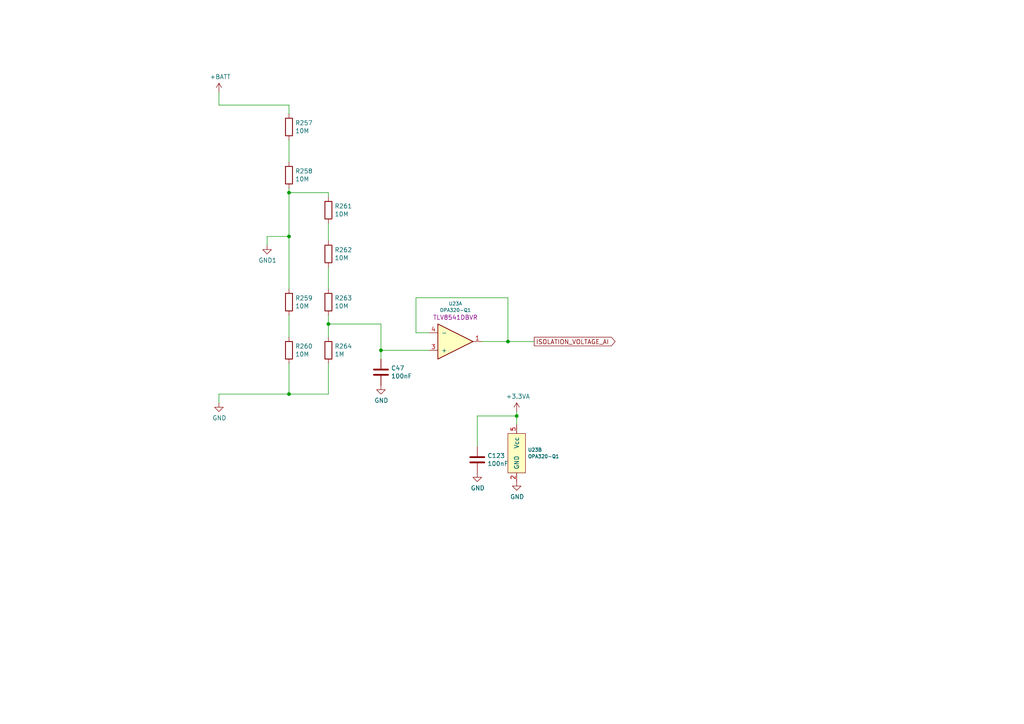
<source format=kicad_sch>
(kicad_sch (version 20211123) (generator eeschema)
  (paper "A4")
  (lib_symbols
    (symbol "Device:C" (pin_numbers hide) (pin_names (offset 0.254))
      (property "Reference" "C" (at 0.635 2.54 0))
      (property "Value" "C" (at 0.635 -2.54 0))
      (symbol "C_0_1"
        (polyline (pts (xy -2.032 -0.762) (xy 2.032 -0.762)) (stroke (width 0.508)))
        (polyline (pts (xy -2.032 0.762) (xy 2.032 0.762)) (stroke (width 0.508)))
      )
      (symbol "C_1_1"
        (pin passive line (at 0 3.81 270) (length 2.794) (name "~") (number "1"))
        (pin passive line (at 0 -3.81 90) (length 2.794) (name "~") (number "2"))
      )
    )
    (symbol "Device:R" (pin_numbers hide) (pin_names (offset 0))
      (property "Reference" "R" (at 2.032 0 90))
      (property "Value" "R" (at 0 0 90))
      (symbol "R_0_1"
        (rectangle (start -1.016 -2.54) (end 1.016 2.54) (stroke (width 0.254)))
      )
      (symbol "R_1_1"
        (pin passive line (at 0 3.81 270) (length 1.27) (name "~") (number "1"))
        (pin passive line (at 0 -3.81 90) (length 1.27) (name "~") (number "2"))
      )
    )
    (symbol "ICs:OPA320-Q1" (pin_names (offset 1.016))
      (property "Reference" "U" (at -7.62 5.08 0))
      (property "Value" "OPA320-Q1" (at -8.89 -3.81 0))
      (property "Part Number" "OPA320AQDBVRQ1" (at -5.08 7.62 0))
      (symbol "OPA320-Q1_1_1"
        (polyline (pts (xy -10.16 0) (xy 0 5.08) (xy 0 -5.08) (xy -10.16 0)) (stroke (width 0.254)) (fill (type background)))
        (pin output line (at -12.7 0 0) (length 2.4892) (name "~") (number "1"))
        (pin input line (at 2.54 2.54 180) (length 2.4892) (name "+") (number "3"))
        (pin input line (at 2.54 -2.54 180) (length 2.4892) (name "-") (number "4"))
      )
      (symbol "OPA320-Q1_2_1"
        (rectangle (start -5.08 6.35) (end 0 -5.08) (fill (type background)))
        (pin power_in line (at -2.54 -7.62 90) (length 2.4892) (name "GND") (number "2"))
        (pin power_in line (at -2.54 8.89 270) (length 2.4892) (name "Vcc") (number "5"))
      )
    )
    (symbol "power:+3.3VA" (power) (pin_names (offset 0))
      (property "Value" "+3.3VA" (at 0 3.556 0))
      (symbol "+3.3VA_0_1"
        (polyline (pts (xy -0.762 1.27) (xy 0 2.54)))
        (polyline (pts (xy 0 0) (xy 0 2.54)))
        (polyline (pts (xy 0 2.54) (xy 0.762 1.27)))
      )
      (symbol "+3.3VA_1_1"
        (pin power_in line (at 0 0 90) (length 0) hide (name "+3.3VA") (number "1"))
      )
    )
    (symbol "power:+BATT" (power) (pin_names (offset 0))
      (property "Value" "+BATT" (at 0 3.556 0))
      (symbol "+BATT_0_1"
        (polyline (pts (xy -0.762 1.27) (xy 0 2.54)))
        (polyline (pts (xy 0 0) (xy 0 2.54)))
        (polyline (pts (xy 0 2.54) (xy 0.762 1.27)))
      )
      (symbol "+BATT_1_1"
        (pin power_in line (at 0 0 90) (length 0) hide (name "+BATT") (number "1"))
      )
    )
    (symbol "power:GND" (power) (pin_names (offset 0))
      (property "Value" "GND" (at 0 -3.81 0))
      (symbol "GND_0_1"
        (polyline (pts (xy 0 0) (xy 0 -1.27) (xy 1.27 -1.27) (xy 0 -2.54) (xy -1.27 -1.27) (xy 0 -1.27)))
      )
      (symbol "GND_1_1"
        (pin power_in line (at 0 0 270) (length 0) hide (name "GND") (number "1"))
      )
    )
    (symbol "power:GND1" (power) (pin_names (offset 0))
      (property "Value" "GND1" (at 0 -3.81 0))
      (symbol "GND1_0_1"
        (polyline (pts (xy 0 0) (xy 0 -1.27) (xy 1.27 -1.27) (xy 0 -2.54) (xy -1.27 -1.27) (xy 0 -1.27)))
      )
      (symbol "GND1_1_1"
        (pin power_in line (at 0 0 270) (length 0) hide (name "GND1") (number "1"))
      )
    )
  )
  (junction (at 110.49 101.6))
  (junction (at 83.82 114.3))
  (junction (at 95.25 93.98))
  (junction (at 83.82 55.88))
  (junction (at 149.86 120.65))
  (junction (at 147.32 99.06))
  (junction (at 83.82 68.58))
  (wire (pts (xy 124.46 101.6) (xy 110.49 101.6)))
  (wire (pts (xy 83.82 55.88) (xy 95.25 55.88)))
  (wire (pts (xy 95.25 105.41) (xy 95.25 114.3)))
  (wire (pts (xy 110.49 93.98) (xy 95.25 93.98)))
  (wire (pts (xy 83.82 97.79) (xy 83.82 91.44)))
  (wire (pts (xy 95.25 57.15) (xy 95.25 55.88)))
  (wire (pts (xy 149.86 120.65) (xy 138.43 120.65)))
  (wire (pts (xy 95.25 91.44) (xy 95.25 93.98)))
  (wire (pts (xy 95.25 93.98) (xy 95.25 97.79)))
  (wire (pts (xy 120.65 86.36) (xy 120.65 96.52)))
  (wire (pts (xy 138.43 120.65) (xy 138.43 129.54)))
  (wire (pts (xy 120.65 96.52) (xy 124.46 96.52)))
  (wire (pts (xy 83.82 55.88) (xy 83.82 68.58)))
  (wire (pts (xy 95.25 83.82) (xy 95.25 77.47)))
  (wire (pts (xy 83.82 68.58) (xy 83.82 83.82)))
  (wire (pts (xy 77.47 68.58) (xy 83.82 68.58)))
  (wire (pts (xy 154.94 99.06) (xy 147.32 99.06)))
  (wire (pts (xy 83.82 33.02) (xy 83.82 30.48)))
  (wire (pts (xy 149.86 119.38) (xy 149.86 120.65)))
  (wire (pts (xy 139.7 99.06) (xy 147.32 99.06)))
  (wire (pts (xy 147.32 99.06) (xy 147.32 86.36)))
  (wire (pts (xy 149.86 120.65) (xy 149.86 123.19)))
  (wire (pts (xy 95.25 69.85) (xy 95.25 64.77)))
  (wire (pts (xy 83.82 54.61) (xy 83.82 55.88)))
  (wire (pts (xy 83.82 46.99) (xy 83.82 40.64)))
  (wire (pts (xy 147.32 86.36) (xy 120.65 86.36)))
  (wire (pts (xy 83.82 105.41) (xy 83.82 114.3)))
  (wire (pts (xy 63.5 116.84) (xy 63.5 114.3)))
  (wire (pts (xy 63.5 30.48) (xy 83.82 30.48)))
  (wire (pts (xy 63.5 30.48) (xy 63.5 26.67)))
  (wire (pts (xy 110.49 101.6) (xy 110.49 104.14)))
  (wire (pts (xy 110.49 101.6) (xy 110.49 93.98)))
  (wire (pts (xy 77.47 71.12) (xy 77.47 68.58)))
  (wire (pts (xy 63.5 114.3) (xy 83.82 114.3)))
  (wire (pts (xy 95.25 114.3) (xy 83.82 114.3)))
  (global_label "ISOLATION_VOLTAGE_AI" (shape output) (at 154.94 99.06 0) (property "Intersheet References" "${INTERSHEET_REFS}" (effects hide)))
  (symbol (lib_id "power:+BATT") (at 63.5 26.67 0) (unit 1)
    (property "Reference" "#PWR0248" (effects hide))
    (property "Value" "+BATT" (at 63.881 22.2758 0))
  )
  (symbol (lib_id "power:GND") (at 63.5 116.84 0) (unit 1)
    (property "Reference" "#PWR0249" (effects hide))
    (property "Value" "GND" (at 63.627 121.2342 0))
  )
  (symbol (lib_id "Device:R") (at 83.82 36.83 0) (unit 1)
    (property "Reference" "R257" (at 85.598 35.6616 0) (effects (justify left)))
    (property "Value" "10M" (at 85.598 37.973 0) (effects (justify left)))
    (property "Footprint" "Resistor_SMD:R_0603_1608Metric" (effects hide))
    (property "Datasheet" "https://www.seielect.com/catalog/sei-rmcf_rmcp.pdf" (effects hide))
    (property "MPN" "RMCF0603FT10M0" (effects hide))
    (property "Part Number" "RMCF0603FT10M0" (effects hide))
    (property "Digikey_PN" "RMCF0603FT10M0CT-ND" (effects hide))
  )
  (symbol (lib_id "Device:R") (at 83.82 50.8 0) (unit 1)
    (property "Reference" "R258" (at 85.598 49.6316 0) (effects (justify left)))
    (property "Value" "10M" (at 85.598 51.943 0) (effects (justify left)))
    (property "Footprint" "Resistor_SMD:R_0603_1608Metric" (effects hide))
    (property "Datasheet" "https://www.seielect.com/catalog/sei-rmcf_rmcp.pdf" (effects hide))
    (property "MPN" "RMCF0603FT10M0" (effects hide))
    (property "Part Number" "RMCF0603FT10M0" (effects hide))
    (property "Digikey_PN" "RMCF0603FT10M0CT-ND" (effects hide))
  )
  (symbol (lib_id "Device:R") (at 83.82 87.63 0) (unit 1)
    (property "Reference" "R259" (at 85.598 86.4616 0) (effects (justify left)))
    (property "Value" "10M" (at 85.598 88.773 0) (effects (justify left)))
    (property "Footprint" "Resistor_SMD:R_0603_1608Metric" (effects hide))
    (property "Datasheet" "https://www.seielect.com/catalog/sei-rmcf_rmcp.pdf" (effects hide))
    (property "MPN" "RMCF0603FT10M0" (effects hide))
    (property "Part Number" "RMCF0603FT10M0" (effects hide))
    (property "Digikey_PN" "RMCF0603FT10M0CT-ND" (effects hide))
  )
  (symbol (lib_id "Device:R") (at 83.82 101.6 0) (unit 1)
    (property "Reference" "R260" (at 85.598 100.4316 0) (effects (justify left)))
    (property "Value" "10M" (at 85.598 102.743 0) (effects (justify left)))
    (property "Footprint" "Resistor_SMD:R_0603_1608Metric" (effects hide))
    (property "Datasheet" "https://www.seielect.com/catalog/sei-rmcf_rmcp.pdf" (effects hide))
    (property "MPN" "RMCF0603FT10M0" (effects hide))
    (property "Part Number" "RMCF0603FT10M0" (effects hide))
    (property "Digikey_PN" "RMCF0603FT10M0CT-ND" (effects hide))
  )
  (symbol (lib_id "Device:R") (at 95.25 60.96 0) (unit 1)
    (property "Reference" "R261" (at 97.028 59.7916 0) (effects (justify left)))
    (property "Value" "10M" (at 97.028 62.103 0) (effects (justify left)))
    (property "Footprint" "Resistor_SMD:R_0603_1608Metric" (effects hide))
    (property "Datasheet" "https://www.seielect.com/catalog/sei-rmcf_rmcp.pdf" (effects hide))
    (property "MPN" "RMCF0603FT10M0" (effects hide))
    (property "Part Number" "RMCF0603FT10M0" (effects hide))
    (property "Digikey_PN" "RMCF0603FT10M0CT-ND" (effects hide))
  )
  (symbol (lib_id "Device:R") (at 95.25 73.66 0) (unit 1)
    (property "Reference" "R262" (at 97.028 72.4916 0) (effects (justify left)))
    (property "Value" "10M" (at 97.028 74.803 0) (effects (justify left)))
    (property "Footprint" "Resistor_SMD:R_0603_1608Metric" (effects hide))
    (property "Datasheet" "https://www.seielect.com/catalog/sei-rmcf_rmcp.pdf" (effects hide))
    (property "MPN" "RMCF0603FT10M0" (effects hide))
    (property "Part Number" "RMCF0603FT10M0" (effects hide))
    (property "Digikey_PN" "RMCF0603FT10M0CT-ND" (effects hide))
  )
  (symbol (lib_id "Device:R") (at 95.25 87.63 0) (unit 1)
    (property "Reference" "R263" (at 97.028 86.4616 0) (effects (justify left)))
    (property "Value" "10M" (at 97.028 88.773 0) (effects (justify left)))
    (property "Footprint" "Resistor_SMD:R_0603_1608Metric" (effects hide))
    (property "Datasheet" "https://www.seielect.com/catalog/sei-rmcf_rmcp.pdf" (effects hide))
    (property "MPN" "RMCF0603FT10M0" (effects hide))
    (property "Part Number" "RMCF0603FT10M0" (effects hide))
    (property "Digikey_PN" "RMCF0603FT10M0CT-ND" (effects hide))
  )
  (symbol (lib_id "Device:R") (at 95.25 101.6 0) (unit 1)
    (property "Reference" "R264" (at 97.028 100.4316 0) (effects (justify left)))
    (property "Value" "1M" (at 97.028 102.743 0) (effects (justify left)))
    (property "Footprint" "Resistor_SMD:R_0603_1608Metric" (effects hide))
    (property "Datasheet" "http://www.yageo.com/NewPortal/yageodocoutput?fileName=/pdf/R-Chip/PYu-AC_51_RoHS_L_6.pdf" (effects hide))
    (property "MPN" "AC0603FR-071ML" (effects hide))
    (property "Part Number" "AC0603FR-071ML" (effects hide))
    (property "Digikey_PN" "311-1MLDCT-ND" (effects hide))
  )
  (symbol (lib_id "power:GND1") (at 77.47 71.12 0) (unit 1)
    (property "Reference" "#PWR0250" (effects hide))
    (property "Value" "GND1" (at 77.597 75.5142 0))
  )
  (symbol (lib_id "ICs:OPA320-Q1") (at 127 99.06 180) (unit 1)
    (property "Reference" "U23" (at 132.08 88.0618 0) (effects (font (size 0.9906 0.9906))))
    (property "Value" "OPA320-Q1" (at 132.08 89.9668 0) (effects (font (size 0.9906 0.9906))))
    (property "Footprint" "Package_TO_SOT_SMD:SOT-23-5" (effects hide))
    (property "Datasheet" "https://www.ti.com/lit/ds/symlink/tlv8541.pdf?HQS=dis-dk-null-digikeymode-dsf-pf-null-wwe&ts=1646847239807&ref_url=https%253A%252F%252Fwww.ti.com%252Fgeneral%252Fdocs%252Fsuppproductinfo.tsp%253FdistId%253D10%2526gotoUrl%253Dhttps%253A%252F%252Fwww.ti.com%252Flit%252Fgpn%252Ftlv8541" (effects hide))
    (property "Part Number" "TLV8541DBVR" (at 132.08 92.075 0))
    (property "Digikey_PN" "296-47595-1-ND" (effects hide))
  )
  (symbol (lib_id "ICs:OPA320-Q1") (at 152.4 132.08 0) (unit 2)
    (property "Reference" "U23" (at 153.1112 130.4798 0) (effects (font (size 0.9906 0.9906)) (justify left)))
    (property "Value" "OPA320-Q1" (at 153.1112 132.3848 0) (effects (font (size 0.9906 0.9906)) (justify left)))
    (property "Footprint" "Package_TO_SOT_SMD:SOT-23-5" (effects hide))
    (property "Datasheet" "https://www.ti.com/lit/ds/symlink/tlv8541.pdf?HQS=dis-dk-null-digikeymode-dsf-pf-null-wwe&ts=1646847239807&ref_url=https%253A%252F%252Fwww.ti.com%252Fgeneral%252Fdocs%252Fsuppproductinfo.tsp%253FdistId%253D10%2526gotoUrl%253Dhttps%253A%252F%252Fwww.ti.com%252Flit%252Fgpn%252Ftlv8541" (effects hide))
    (property "Part Number" "TLV8541DBVR" (effects hide))
    (property "Digikey_PN" "296-47595-1-ND" (effects hide))
  )
  (symbol (lib_id "power:GND") (at 149.86 139.7 0) (unit 1)
    (property "Reference" "#PWR0252" (effects hide))
    (property "Value" "GND" (at 149.987 144.0942 0))
  )
  (symbol (lib_id "power:+3.3VA") (at 149.86 119.38 0) (unit 1)
    (property "Reference" "#PWR025" (effects hide))
    (property "Value" "+3.3VA" (at 150.241 114.9858 0))
  )
  (symbol (lib_id "Device:C") (at 110.49 107.95 0) (unit 1)
    (property "Reference" "C47" (at 113.411 106.7816 0) (effects (justify left)))
    (property "Value" "100nF" (at 113.411 109.093 0) (effects (justify left)))
    (property "Footprint" "Capacitor_SMD:C_0603_1608Metric" (effects hide))
    (property "Datasheet" "http://psearch.en.murata.com/capacitor/product/GCM188R71H104KA57%23.pdf" (effects hide))
    (property "DNP" "< ... >" (effects hide))
    (property "MPN" "GCM188R71H104KA57D" (effects hide))
    (property "Part Number" "GCM188R71H104KA57D" (effects hide))
    (property "Digikey_PN" "490-4779-1-ND" (effects hide))
  )
  (symbol (lib_id "power:GND") (at 110.49 111.76 0) (unit 1)
    (property "Reference" "#PWR063" (effects hide))
    (property "Value" "GND" (at 110.617 116.1542 0))
  )
  (symbol (lib_id "Device:C") (at 138.43 133.35 0) (unit 1)
    (property "Reference" "C123" (at 141.351 132.1816 0) (effects (justify left)))
    (property "Value" "100nF" (at 141.351 134.493 0) (effects (justify left)))
    (property "Footprint" "Capacitor_SMD:C_0603_1608Metric" (effects hide))
    (property "Datasheet" "http://psearch.en.murata.com/capacitor/product/GCM188R71H104KA57%23.pdf" (effects hide))
    (property "DNP" "< ... >" (effects hide))
    (property "MPN" "GCM188R71H104KA57D" (effects hide))
    (property "Part Number" "GCM188R71H104KA57D" (effects hide))
    (property "Digikey_PN" "490-4779-1-ND" (effects hide))
  )
  (symbol (lib_id "power:GND") (at 138.43 137.16 0) (unit 1)
    (property "Reference" "#PWR064" (effects hide))
    (property "Value" "GND" (at 138.557 141.5542 0))
  )
)
</source>
